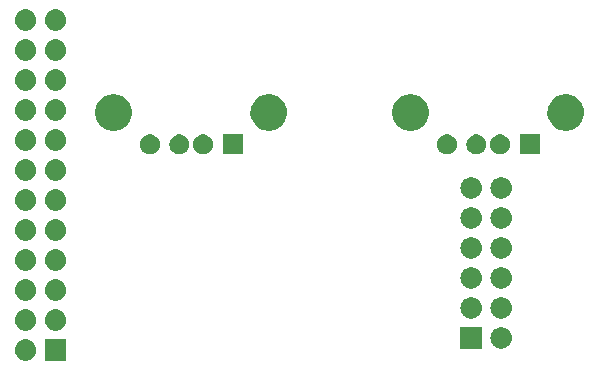
<source format=gbr>
G04 #@! TF.GenerationSoftware,KiCad,Pcbnew,5.0.2+dfsg1-1*
G04 #@! TF.CreationDate,2019-12-14T00:12:12+01:00*
G04 #@! TF.ProjectId,USB,5553422e-6b69-4636-9164-5f7063625858,rev?*
G04 #@! TF.SameCoordinates,Original*
G04 #@! TF.FileFunction,Soldermask,Bot*
G04 #@! TF.FilePolarity,Negative*
%FSLAX46Y46*%
G04 Gerber Fmt 4.6, Leading zero omitted, Abs format (unit mm)*
G04 Created by KiCad (PCBNEW 5.0.2+dfsg1-1) date Sat 14 Dec 2019 12:12:12 AM CET*
%MOMM*%
%LPD*%
G01*
G04 APERTURE LIST*
%ADD10C,0.100000*%
G04 APERTURE END LIST*
D10*
G36*
X127139000Y-108851000D02*
X125337000Y-108851000D01*
X125337000Y-107049000D01*
X127139000Y-107049000D01*
X127139000Y-108851000D01*
X127139000Y-108851000D01*
G37*
G36*
X123808442Y-107055518D02*
X123874627Y-107062037D01*
X123987853Y-107096384D01*
X124044467Y-107113557D01*
X124183087Y-107187652D01*
X124200991Y-107197222D01*
X124236729Y-107226552D01*
X124338186Y-107309814D01*
X124421448Y-107411271D01*
X124450778Y-107447009D01*
X124450779Y-107447011D01*
X124534443Y-107603533D01*
X124534443Y-107603534D01*
X124585963Y-107773373D01*
X124603359Y-107950000D01*
X124585963Y-108126627D01*
X124551616Y-108239853D01*
X124534443Y-108296467D01*
X124460348Y-108435087D01*
X124450778Y-108452991D01*
X124421448Y-108488729D01*
X124338186Y-108590186D01*
X124236729Y-108673448D01*
X124200991Y-108702778D01*
X124200989Y-108702779D01*
X124044467Y-108786443D01*
X123987853Y-108803616D01*
X123874627Y-108837963D01*
X123808442Y-108844482D01*
X123742260Y-108851000D01*
X123653740Y-108851000D01*
X123587558Y-108844482D01*
X123521373Y-108837963D01*
X123408147Y-108803616D01*
X123351533Y-108786443D01*
X123195011Y-108702779D01*
X123195009Y-108702778D01*
X123159271Y-108673448D01*
X123057814Y-108590186D01*
X122974552Y-108488729D01*
X122945222Y-108452991D01*
X122935652Y-108435087D01*
X122861557Y-108296467D01*
X122844384Y-108239853D01*
X122810037Y-108126627D01*
X122792641Y-107950000D01*
X122810037Y-107773373D01*
X122861557Y-107603534D01*
X122861557Y-107603533D01*
X122945221Y-107447011D01*
X122945222Y-107447009D01*
X122974552Y-107411271D01*
X123057814Y-107309814D01*
X123159271Y-107226552D01*
X123195009Y-107197222D01*
X123212913Y-107187652D01*
X123351533Y-107113557D01*
X123408147Y-107096384D01*
X123521373Y-107062037D01*
X123587558Y-107055518D01*
X123653740Y-107049000D01*
X123742260Y-107049000D01*
X123808442Y-107055518D01*
X123808442Y-107055518D01*
G37*
G36*
X164067443Y-106039519D02*
X164133627Y-106046037D01*
X164246853Y-106080384D01*
X164303467Y-106097557D01*
X164425485Y-106162778D01*
X164459991Y-106181222D01*
X164495729Y-106210552D01*
X164597186Y-106293814D01*
X164680448Y-106395271D01*
X164709778Y-106431009D01*
X164709779Y-106431011D01*
X164793443Y-106587533D01*
X164793443Y-106587534D01*
X164844963Y-106757373D01*
X164862359Y-106934000D01*
X164844963Y-107110627D01*
X164844074Y-107113557D01*
X164793443Y-107280467D01*
X164777756Y-107309814D01*
X164709778Y-107436991D01*
X164680448Y-107472729D01*
X164597186Y-107574186D01*
X164495729Y-107657448D01*
X164459991Y-107686778D01*
X164459989Y-107686779D01*
X164303467Y-107770443D01*
X164246853Y-107787616D01*
X164133627Y-107821963D01*
X164067443Y-107828481D01*
X164001260Y-107835000D01*
X163912740Y-107835000D01*
X163846557Y-107828481D01*
X163780373Y-107821963D01*
X163667147Y-107787616D01*
X163610533Y-107770443D01*
X163454011Y-107686779D01*
X163454009Y-107686778D01*
X163418271Y-107657448D01*
X163316814Y-107574186D01*
X163233552Y-107472729D01*
X163204222Y-107436991D01*
X163136244Y-107309814D01*
X163120557Y-107280467D01*
X163069926Y-107113557D01*
X163069037Y-107110627D01*
X163051641Y-106934000D01*
X163069037Y-106757373D01*
X163120557Y-106587534D01*
X163120557Y-106587533D01*
X163204221Y-106431011D01*
X163204222Y-106431009D01*
X163233552Y-106395271D01*
X163316814Y-106293814D01*
X163418271Y-106210552D01*
X163454009Y-106181222D01*
X163488515Y-106162778D01*
X163610533Y-106097557D01*
X163667147Y-106080384D01*
X163780373Y-106046037D01*
X163846557Y-106039519D01*
X163912740Y-106033000D01*
X164001260Y-106033000D01*
X164067443Y-106039519D01*
X164067443Y-106039519D01*
G37*
G36*
X162318000Y-107835000D02*
X160516000Y-107835000D01*
X160516000Y-106033000D01*
X162318000Y-106033000D01*
X162318000Y-107835000D01*
X162318000Y-107835000D01*
G37*
G36*
X126348443Y-104515519D02*
X126414627Y-104522037D01*
X126527853Y-104556384D01*
X126584467Y-104573557D01*
X126723087Y-104647652D01*
X126740991Y-104657222D01*
X126776729Y-104686552D01*
X126878186Y-104769814D01*
X126961448Y-104871271D01*
X126990778Y-104907009D01*
X126990779Y-104907011D01*
X127074443Y-105063533D01*
X127074443Y-105063534D01*
X127125963Y-105233373D01*
X127143359Y-105410000D01*
X127125963Y-105586627D01*
X127091616Y-105699853D01*
X127074443Y-105756467D01*
X127000348Y-105895087D01*
X126990778Y-105912991D01*
X126961448Y-105948729D01*
X126878186Y-106050186D01*
X126776729Y-106133448D01*
X126740991Y-106162778D01*
X126740989Y-106162779D01*
X126584467Y-106246443D01*
X126527853Y-106263616D01*
X126414627Y-106297963D01*
X126348442Y-106304482D01*
X126282260Y-106311000D01*
X126193740Y-106311000D01*
X126127558Y-106304482D01*
X126061373Y-106297963D01*
X125948147Y-106263616D01*
X125891533Y-106246443D01*
X125735011Y-106162779D01*
X125735009Y-106162778D01*
X125699271Y-106133448D01*
X125597814Y-106050186D01*
X125514552Y-105948729D01*
X125485222Y-105912991D01*
X125475652Y-105895087D01*
X125401557Y-105756467D01*
X125384384Y-105699853D01*
X125350037Y-105586627D01*
X125332641Y-105410000D01*
X125350037Y-105233373D01*
X125401557Y-105063534D01*
X125401557Y-105063533D01*
X125485221Y-104907011D01*
X125485222Y-104907009D01*
X125514552Y-104871271D01*
X125597814Y-104769814D01*
X125699271Y-104686552D01*
X125735009Y-104657222D01*
X125752913Y-104647652D01*
X125891533Y-104573557D01*
X125948147Y-104556384D01*
X126061373Y-104522037D01*
X126127557Y-104515519D01*
X126193740Y-104509000D01*
X126282260Y-104509000D01*
X126348443Y-104515519D01*
X126348443Y-104515519D01*
G37*
G36*
X123808443Y-104515519D02*
X123874627Y-104522037D01*
X123987853Y-104556384D01*
X124044467Y-104573557D01*
X124183087Y-104647652D01*
X124200991Y-104657222D01*
X124236729Y-104686552D01*
X124338186Y-104769814D01*
X124421448Y-104871271D01*
X124450778Y-104907009D01*
X124450779Y-104907011D01*
X124534443Y-105063533D01*
X124534443Y-105063534D01*
X124585963Y-105233373D01*
X124603359Y-105410000D01*
X124585963Y-105586627D01*
X124551616Y-105699853D01*
X124534443Y-105756467D01*
X124460348Y-105895087D01*
X124450778Y-105912991D01*
X124421448Y-105948729D01*
X124338186Y-106050186D01*
X124236729Y-106133448D01*
X124200991Y-106162778D01*
X124200989Y-106162779D01*
X124044467Y-106246443D01*
X123987853Y-106263616D01*
X123874627Y-106297963D01*
X123808442Y-106304482D01*
X123742260Y-106311000D01*
X123653740Y-106311000D01*
X123587558Y-106304482D01*
X123521373Y-106297963D01*
X123408147Y-106263616D01*
X123351533Y-106246443D01*
X123195011Y-106162779D01*
X123195009Y-106162778D01*
X123159271Y-106133448D01*
X123057814Y-106050186D01*
X122974552Y-105948729D01*
X122945222Y-105912991D01*
X122935652Y-105895087D01*
X122861557Y-105756467D01*
X122844384Y-105699853D01*
X122810037Y-105586627D01*
X122792641Y-105410000D01*
X122810037Y-105233373D01*
X122861557Y-105063534D01*
X122861557Y-105063533D01*
X122945221Y-104907011D01*
X122945222Y-104907009D01*
X122974552Y-104871271D01*
X123057814Y-104769814D01*
X123159271Y-104686552D01*
X123195009Y-104657222D01*
X123212913Y-104647652D01*
X123351533Y-104573557D01*
X123408147Y-104556384D01*
X123521373Y-104522037D01*
X123587557Y-104515519D01*
X123653740Y-104509000D01*
X123742260Y-104509000D01*
X123808443Y-104515519D01*
X123808443Y-104515519D01*
G37*
G36*
X164067442Y-103499518D02*
X164133627Y-103506037D01*
X164246853Y-103540384D01*
X164303467Y-103557557D01*
X164425485Y-103622778D01*
X164459991Y-103641222D01*
X164495729Y-103670552D01*
X164597186Y-103753814D01*
X164680448Y-103855271D01*
X164709778Y-103891009D01*
X164709779Y-103891011D01*
X164793443Y-104047533D01*
X164793443Y-104047534D01*
X164844963Y-104217373D01*
X164862359Y-104394000D01*
X164844963Y-104570627D01*
X164844074Y-104573557D01*
X164793443Y-104740467D01*
X164777756Y-104769814D01*
X164709778Y-104896991D01*
X164680448Y-104932729D01*
X164597186Y-105034186D01*
X164495729Y-105117448D01*
X164459991Y-105146778D01*
X164459989Y-105146779D01*
X164303467Y-105230443D01*
X164246853Y-105247616D01*
X164133627Y-105281963D01*
X164067443Y-105288481D01*
X164001260Y-105295000D01*
X163912740Y-105295000D01*
X163846558Y-105288482D01*
X163780373Y-105281963D01*
X163667147Y-105247616D01*
X163610533Y-105230443D01*
X163454011Y-105146779D01*
X163454009Y-105146778D01*
X163418271Y-105117448D01*
X163316814Y-105034186D01*
X163233552Y-104932729D01*
X163204222Y-104896991D01*
X163136244Y-104769814D01*
X163120557Y-104740467D01*
X163069926Y-104573557D01*
X163069037Y-104570627D01*
X163051641Y-104394000D01*
X163069037Y-104217373D01*
X163120557Y-104047534D01*
X163120557Y-104047533D01*
X163204221Y-103891011D01*
X163204222Y-103891009D01*
X163233552Y-103855271D01*
X163316814Y-103753814D01*
X163418271Y-103670552D01*
X163454009Y-103641222D01*
X163488515Y-103622778D01*
X163610533Y-103557557D01*
X163667147Y-103540384D01*
X163780373Y-103506037D01*
X163846557Y-103499519D01*
X163912740Y-103493000D01*
X164001260Y-103493000D01*
X164067442Y-103499518D01*
X164067442Y-103499518D01*
G37*
G36*
X161527442Y-103499518D02*
X161593627Y-103506037D01*
X161706853Y-103540384D01*
X161763467Y-103557557D01*
X161885485Y-103622778D01*
X161919991Y-103641222D01*
X161955729Y-103670552D01*
X162057186Y-103753814D01*
X162140448Y-103855271D01*
X162169778Y-103891009D01*
X162169779Y-103891011D01*
X162253443Y-104047533D01*
X162253443Y-104047534D01*
X162304963Y-104217373D01*
X162322359Y-104394000D01*
X162304963Y-104570627D01*
X162304074Y-104573557D01*
X162253443Y-104740467D01*
X162237756Y-104769814D01*
X162169778Y-104896991D01*
X162140448Y-104932729D01*
X162057186Y-105034186D01*
X161955729Y-105117448D01*
X161919991Y-105146778D01*
X161919989Y-105146779D01*
X161763467Y-105230443D01*
X161706853Y-105247616D01*
X161593627Y-105281963D01*
X161527443Y-105288481D01*
X161461260Y-105295000D01*
X161372740Y-105295000D01*
X161306558Y-105288482D01*
X161240373Y-105281963D01*
X161127147Y-105247616D01*
X161070533Y-105230443D01*
X160914011Y-105146779D01*
X160914009Y-105146778D01*
X160878271Y-105117448D01*
X160776814Y-105034186D01*
X160693552Y-104932729D01*
X160664222Y-104896991D01*
X160596244Y-104769814D01*
X160580557Y-104740467D01*
X160529926Y-104573557D01*
X160529037Y-104570627D01*
X160511641Y-104394000D01*
X160529037Y-104217373D01*
X160580557Y-104047534D01*
X160580557Y-104047533D01*
X160664221Y-103891011D01*
X160664222Y-103891009D01*
X160693552Y-103855271D01*
X160776814Y-103753814D01*
X160878271Y-103670552D01*
X160914009Y-103641222D01*
X160948515Y-103622778D01*
X161070533Y-103557557D01*
X161127147Y-103540384D01*
X161240373Y-103506037D01*
X161306557Y-103499519D01*
X161372740Y-103493000D01*
X161461260Y-103493000D01*
X161527442Y-103499518D01*
X161527442Y-103499518D01*
G37*
G36*
X123808442Y-101975518D02*
X123874627Y-101982037D01*
X123987853Y-102016384D01*
X124044467Y-102033557D01*
X124183087Y-102107652D01*
X124200991Y-102117222D01*
X124236729Y-102146552D01*
X124338186Y-102229814D01*
X124421448Y-102331271D01*
X124450778Y-102367009D01*
X124450779Y-102367011D01*
X124534443Y-102523533D01*
X124534443Y-102523534D01*
X124585963Y-102693373D01*
X124603359Y-102870000D01*
X124585963Y-103046627D01*
X124551616Y-103159853D01*
X124534443Y-103216467D01*
X124460348Y-103355087D01*
X124450778Y-103372991D01*
X124421448Y-103408729D01*
X124338186Y-103510186D01*
X124236729Y-103593448D01*
X124200991Y-103622778D01*
X124200989Y-103622779D01*
X124044467Y-103706443D01*
X123987853Y-103723616D01*
X123874627Y-103757963D01*
X123808443Y-103764481D01*
X123742260Y-103771000D01*
X123653740Y-103771000D01*
X123587557Y-103764481D01*
X123521373Y-103757963D01*
X123408147Y-103723616D01*
X123351533Y-103706443D01*
X123195011Y-103622779D01*
X123195009Y-103622778D01*
X123159271Y-103593448D01*
X123057814Y-103510186D01*
X122974552Y-103408729D01*
X122945222Y-103372991D01*
X122935652Y-103355087D01*
X122861557Y-103216467D01*
X122844384Y-103159853D01*
X122810037Y-103046627D01*
X122792641Y-102870000D01*
X122810037Y-102693373D01*
X122861557Y-102523534D01*
X122861557Y-102523533D01*
X122945221Y-102367011D01*
X122945222Y-102367009D01*
X122974552Y-102331271D01*
X123057814Y-102229814D01*
X123159271Y-102146552D01*
X123195009Y-102117222D01*
X123212913Y-102107652D01*
X123351533Y-102033557D01*
X123408147Y-102016384D01*
X123521373Y-101982037D01*
X123587558Y-101975518D01*
X123653740Y-101969000D01*
X123742260Y-101969000D01*
X123808442Y-101975518D01*
X123808442Y-101975518D01*
G37*
G36*
X126348442Y-101975518D02*
X126414627Y-101982037D01*
X126527853Y-102016384D01*
X126584467Y-102033557D01*
X126723087Y-102107652D01*
X126740991Y-102117222D01*
X126776729Y-102146552D01*
X126878186Y-102229814D01*
X126961448Y-102331271D01*
X126990778Y-102367009D01*
X126990779Y-102367011D01*
X127074443Y-102523533D01*
X127074443Y-102523534D01*
X127125963Y-102693373D01*
X127143359Y-102870000D01*
X127125963Y-103046627D01*
X127091616Y-103159853D01*
X127074443Y-103216467D01*
X127000348Y-103355087D01*
X126990778Y-103372991D01*
X126961448Y-103408729D01*
X126878186Y-103510186D01*
X126776729Y-103593448D01*
X126740991Y-103622778D01*
X126740989Y-103622779D01*
X126584467Y-103706443D01*
X126527853Y-103723616D01*
X126414627Y-103757963D01*
X126348443Y-103764481D01*
X126282260Y-103771000D01*
X126193740Y-103771000D01*
X126127557Y-103764481D01*
X126061373Y-103757963D01*
X125948147Y-103723616D01*
X125891533Y-103706443D01*
X125735011Y-103622779D01*
X125735009Y-103622778D01*
X125699271Y-103593448D01*
X125597814Y-103510186D01*
X125514552Y-103408729D01*
X125485222Y-103372991D01*
X125475652Y-103355087D01*
X125401557Y-103216467D01*
X125384384Y-103159853D01*
X125350037Y-103046627D01*
X125332641Y-102870000D01*
X125350037Y-102693373D01*
X125401557Y-102523534D01*
X125401557Y-102523533D01*
X125485221Y-102367011D01*
X125485222Y-102367009D01*
X125514552Y-102331271D01*
X125597814Y-102229814D01*
X125699271Y-102146552D01*
X125735009Y-102117222D01*
X125752913Y-102107652D01*
X125891533Y-102033557D01*
X125948147Y-102016384D01*
X126061373Y-101982037D01*
X126127558Y-101975518D01*
X126193740Y-101969000D01*
X126282260Y-101969000D01*
X126348442Y-101975518D01*
X126348442Y-101975518D01*
G37*
G36*
X161527443Y-100959519D02*
X161593627Y-100966037D01*
X161706853Y-101000384D01*
X161763467Y-101017557D01*
X161885485Y-101082778D01*
X161919991Y-101101222D01*
X161955729Y-101130552D01*
X162057186Y-101213814D01*
X162140448Y-101315271D01*
X162169778Y-101351009D01*
X162169779Y-101351011D01*
X162253443Y-101507533D01*
X162253443Y-101507534D01*
X162304963Y-101677373D01*
X162322359Y-101854000D01*
X162304963Y-102030627D01*
X162304074Y-102033557D01*
X162253443Y-102200467D01*
X162237756Y-102229814D01*
X162169778Y-102356991D01*
X162140448Y-102392729D01*
X162057186Y-102494186D01*
X161955729Y-102577448D01*
X161919991Y-102606778D01*
X161919989Y-102606779D01*
X161763467Y-102690443D01*
X161706853Y-102707616D01*
X161593627Y-102741963D01*
X161527442Y-102748482D01*
X161461260Y-102755000D01*
X161372740Y-102755000D01*
X161306557Y-102748481D01*
X161240373Y-102741963D01*
X161127147Y-102707616D01*
X161070533Y-102690443D01*
X160914011Y-102606779D01*
X160914009Y-102606778D01*
X160878271Y-102577448D01*
X160776814Y-102494186D01*
X160693552Y-102392729D01*
X160664222Y-102356991D01*
X160596244Y-102229814D01*
X160580557Y-102200467D01*
X160529926Y-102033557D01*
X160529037Y-102030627D01*
X160511641Y-101854000D01*
X160529037Y-101677373D01*
X160580557Y-101507534D01*
X160580557Y-101507533D01*
X160664221Y-101351011D01*
X160664222Y-101351009D01*
X160693552Y-101315271D01*
X160776814Y-101213814D01*
X160878271Y-101130552D01*
X160914009Y-101101222D01*
X160948515Y-101082778D01*
X161070533Y-101017557D01*
X161127147Y-101000384D01*
X161240373Y-100966037D01*
X161306558Y-100959518D01*
X161372740Y-100953000D01*
X161461260Y-100953000D01*
X161527443Y-100959519D01*
X161527443Y-100959519D01*
G37*
G36*
X164067443Y-100959519D02*
X164133627Y-100966037D01*
X164246853Y-101000384D01*
X164303467Y-101017557D01*
X164425485Y-101082778D01*
X164459991Y-101101222D01*
X164495729Y-101130552D01*
X164597186Y-101213814D01*
X164680448Y-101315271D01*
X164709778Y-101351009D01*
X164709779Y-101351011D01*
X164793443Y-101507533D01*
X164793443Y-101507534D01*
X164844963Y-101677373D01*
X164862359Y-101854000D01*
X164844963Y-102030627D01*
X164844074Y-102033557D01*
X164793443Y-102200467D01*
X164777756Y-102229814D01*
X164709778Y-102356991D01*
X164680448Y-102392729D01*
X164597186Y-102494186D01*
X164495729Y-102577448D01*
X164459991Y-102606778D01*
X164459989Y-102606779D01*
X164303467Y-102690443D01*
X164246853Y-102707616D01*
X164133627Y-102741963D01*
X164067442Y-102748482D01*
X164001260Y-102755000D01*
X163912740Y-102755000D01*
X163846557Y-102748481D01*
X163780373Y-102741963D01*
X163667147Y-102707616D01*
X163610533Y-102690443D01*
X163454011Y-102606779D01*
X163454009Y-102606778D01*
X163418271Y-102577448D01*
X163316814Y-102494186D01*
X163233552Y-102392729D01*
X163204222Y-102356991D01*
X163136244Y-102229814D01*
X163120557Y-102200467D01*
X163069926Y-102033557D01*
X163069037Y-102030627D01*
X163051641Y-101854000D01*
X163069037Y-101677373D01*
X163120557Y-101507534D01*
X163120557Y-101507533D01*
X163204221Y-101351011D01*
X163204222Y-101351009D01*
X163233552Y-101315271D01*
X163316814Y-101213814D01*
X163418271Y-101130552D01*
X163454009Y-101101222D01*
X163488515Y-101082778D01*
X163610533Y-101017557D01*
X163667147Y-101000384D01*
X163780373Y-100966037D01*
X163846558Y-100959518D01*
X163912740Y-100953000D01*
X164001260Y-100953000D01*
X164067443Y-100959519D01*
X164067443Y-100959519D01*
G37*
G36*
X123808443Y-99435519D02*
X123874627Y-99442037D01*
X123987853Y-99476384D01*
X124044467Y-99493557D01*
X124183087Y-99567652D01*
X124200991Y-99577222D01*
X124236729Y-99606552D01*
X124338186Y-99689814D01*
X124421448Y-99791271D01*
X124450778Y-99827009D01*
X124450779Y-99827011D01*
X124534443Y-99983533D01*
X124534443Y-99983534D01*
X124585963Y-100153373D01*
X124603359Y-100330000D01*
X124585963Y-100506627D01*
X124551616Y-100619853D01*
X124534443Y-100676467D01*
X124460348Y-100815087D01*
X124450778Y-100832991D01*
X124421448Y-100868729D01*
X124338186Y-100970186D01*
X124236729Y-101053448D01*
X124200991Y-101082778D01*
X124200989Y-101082779D01*
X124044467Y-101166443D01*
X123987853Y-101183616D01*
X123874627Y-101217963D01*
X123808443Y-101224481D01*
X123742260Y-101231000D01*
X123653740Y-101231000D01*
X123587558Y-101224482D01*
X123521373Y-101217963D01*
X123408147Y-101183616D01*
X123351533Y-101166443D01*
X123195011Y-101082779D01*
X123195009Y-101082778D01*
X123159271Y-101053448D01*
X123057814Y-100970186D01*
X122974552Y-100868729D01*
X122945222Y-100832991D01*
X122935652Y-100815087D01*
X122861557Y-100676467D01*
X122844384Y-100619853D01*
X122810037Y-100506627D01*
X122792641Y-100330000D01*
X122810037Y-100153373D01*
X122861557Y-99983534D01*
X122861557Y-99983533D01*
X122945221Y-99827011D01*
X122945222Y-99827009D01*
X122974552Y-99791271D01*
X123057814Y-99689814D01*
X123159271Y-99606552D01*
X123195009Y-99577222D01*
X123212913Y-99567652D01*
X123351533Y-99493557D01*
X123408147Y-99476384D01*
X123521373Y-99442037D01*
X123587558Y-99435518D01*
X123653740Y-99429000D01*
X123742260Y-99429000D01*
X123808443Y-99435519D01*
X123808443Y-99435519D01*
G37*
G36*
X126348443Y-99435519D02*
X126414627Y-99442037D01*
X126527853Y-99476384D01*
X126584467Y-99493557D01*
X126723087Y-99567652D01*
X126740991Y-99577222D01*
X126776729Y-99606552D01*
X126878186Y-99689814D01*
X126961448Y-99791271D01*
X126990778Y-99827009D01*
X126990779Y-99827011D01*
X127074443Y-99983533D01*
X127074443Y-99983534D01*
X127125963Y-100153373D01*
X127143359Y-100330000D01*
X127125963Y-100506627D01*
X127091616Y-100619853D01*
X127074443Y-100676467D01*
X127000348Y-100815087D01*
X126990778Y-100832991D01*
X126961448Y-100868729D01*
X126878186Y-100970186D01*
X126776729Y-101053448D01*
X126740991Y-101082778D01*
X126740989Y-101082779D01*
X126584467Y-101166443D01*
X126527853Y-101183616D01*
X126414627Y-101217963D01*
X126348443Y-101224481D01*
X126282260Y-101231000D01*
X126193740Y-101231000D01*
X126127558Y-101224482D01*
X126061373Y-101217963D01*
X125948147Y-101183616D01*
X125891533Y-101166443D01*
X125735011Y-101082779D01*
X125735009Y-101082778D01*
X125699271Y-101053448D01*
X125597814Y-100970186D01*
X125514552Y-100868729D01*
X125485222Y-100832991D01*
X125475652Y-100815087D01*
X125401557Y-100676467D01*
X125384384Y-100619853D01*
X125350037Y-100506627D01*
X125332641Y-100330000D01*
X125350037Y-100153373D01*
X125401557Y-99983534D01*
X125401557Y-99983533D01*
X125485221Y-99827011D01*
X125485222Y-99827009D01*
X125514552Y-99791271D01*
X125597814Y-99689814D01*
X125699271Y-99606552D01*
X125735009Y-99577222D01*
X125752913Y-99567652D01*
X125891533Y-99493557D01*
X125948147Y-99476384D01*
X126061373Y-99442037D01*
X126127558Y-99435518D01*
X126193740Y-99429000D01*
X126282260Y-99429000D01*
X126348443Y-99435519D01*
X126348443Y-99435519D01*
G37*
G36*
X161527443Y-98419519D02*
X161593627Y-98426037D01*
X161706853Y-98460384D01*
X161763467Y-98477557D01*
X161885485Y-98542778D01*
X161919991Y-98561222D01*
X161955729Y-98590552D01*
X162057186Y-98673814D01*
X162140448Y-98775271D01*
X162169778Y-98811009D01*
X162169779Y-98811011D01*
X162253443Y-98967533D01*
X162253443Y-98967534D01*
X162304963Y-99137373D01*
X162322359Y-99314000D01*
X162304963Y-99490627D01*
X162304074Y-99493557D01*
X162253443Y-99660467D01*
X162237756Y-99689814D01*
X162169778Y-99816991D01*
X162140448Y-99852729D01*
X162057186Y-99954186D01*
X161955729Y-100037448D01*
X161919991Y-100066778D01*
X161919989Y-100066779D01*
X161763467Y-100150443D01*
X161706853Y-100167616D01*
X161593627Y-100201963D01*
X161527442Y-100208482D01*
X161461260Y-100215000D01*
X161372740Y-100215000D01*
X161306558Y-100208482D01*
X161240373Y-100201963D01*
X161127147Y-100167616D01*
X161070533Y-100150443D01*
X160914011Y-100066779D01*
X160914009Y-100066778D01*
X160878271Y-100037448D01*
X160776814Y-99954186D01*
X160693552Y-99852729D01*
X160664222Y-99816991D01*
X160596244Y-99689814D01*
X160580557Y-99660467D01*
X160529926Y-99493557D01*
X160529037Y-99490627D01*
X160511641Y-99314000D01*
X160529037Y-99137373D01*
X160580557Y-98967534D01*
X160580557Y-98967533D01*
X160664221Y-98811011D01*
X160664222Y-98811009D01*
X160693552Y-98775271D01*
X160776814Y-98673814D01*
X160878271Y-98590552D01*
X160914009Y-98561222D01*
X160948515Y-98542778D01*
X161070533Y-98477557D01*
X161127147Y-98460384D01*
X161240373Y-98426037D01*
X161306557Y-98419519D01*
X161372740Y-98413000D01*
X161461260Y-98413000D01*
X161527443Y-98419519D01*
X161527443Y-98419519D01*
G37*
G36*
X164067443Y-98419519D02*
X164133627Y-98426037D01*
X164246853Y-98460384D01*
X164303467Y-98477557D01*
X164425485Y-98542778D01*
X164459991Y-98561222D01*
X164495729Y-98590552D01*
X164597186Y-98673814D01*
X164680448Y-98775271D01*
X164709778Y-98811009D01*
X164709779Y-98811011D01*
X164793443Y-98967533D01*
X164793443Y-98967534D01*
X164844963Y-99137373D01*
X164862359Y-99314000D01*
X164844963Y-99490627D01*
X164844074Y-99493557D01*
X164793443Y-99660467D01*
X164777756Y-99689814D01*
X164709778Y-99816991D01*
X164680448Y-99852729D01*
X164597186Y-99954186D01*
X164495729Y-100037448D01*
X164459991Y-100066778D01*
X164459989Y-100066779D01*
X164303467Y-100150443D01*
X164246853Y-100167616D01*
X164133627Y-100201963D01*
X164067442Y-100208482D01*
X164001260Y-100215000D01*
X163912740Y-100215000D01*
X163846558Y-100208482D01*
X163780373Y-100201963D01*
X163667147Y-100167616D01*
X163610533Y-100150443D01*
X163454011Y-100066779D01*
X163454009Y-100066778D01*
X163418271Y-100037448D01*
X163316814Y-99954186D01*
X163233552Y-99852729D01*
X163204222Y-99816991D01*
X163136244Y-99689814D01*
X163120557Y-99660467D01*
X163069926Y-99493557D01*
X163069037Y-99490627D01*
X163051641Y-99314000D01*
X163069037Y-99137373D01*
X163120557Y-98967534D01*
X163120557Y-98967533D01*
X163204221Y-98811011D01*
X163204222Y-98811009D01*
X163233552Y-98775271D01*
X163316814Y-98673814D01*
X163418271Y-98590552D01*
X163454009Y-98561222D01*
X163488515Y-98542778D01*
X163610533Y-98477557D01*
X163667147Y-98460384D01*
X163780373Y-98426037D01*
X163846557Y-98419519D01*
X163912740Y-98413000D01*
X164001260Y-98413000D01*
X164067443Y-98419519D01*
X164067443Y-98419519D01*
G37*
G36*
X123808442Y-96895518D02*
X123874627Y-96902037D01*
X123987853Y-96936384D01*
X124044467Y-96953557D01*
X124183087Y-97027652D01*
X124200991Y-97037222D01*
X124236729Y-97066552D01*
X124338186Y-97149814D01*
X124421448Y-97251271D01*
X124450778Y-97287009D01*
X124450779Y-97287011D01*
X124534443Y-97443533D01*
X124534443Y-97443534D01*
X124585963Y-97613373D01*
X124603359Y-97790000D01*
X124585963Y-97966627D01*
X124551616Y-98079853D01*
X124534443Y-98136467D01*
X124460348Y-98275087D01*
X124450778Y-98292991D01*
X124421448Y-98328729D01*
X124338186Y-98430186D01*
X124236729Y-98513448D01*
X124200991Y-98542778D01*
X124200989Y-98542779D01*
X124044467Y-98626443D01*
X123987853Y-98643616D01*
X123874627Y-98677963D01*
X123808442Y-98684482D01*
X123742260Y-98691000D01*
X123653740Y-98691000D01*
X123587558Y-98684482D01*
X123521373Y-98677963D01*
X123408147Y-98643616D01*
X123351533Y-98626443D01*
X123195011Y-98542779D01*
X123195009Y-98542778D01*
X123159271Y-98513448D01*
X123057814Y-98430186D01*
X122974552Y-98328729D01*
X122945222Y-98292991D01*
X122935652Y-98275087D01*
X122861557Y-98136467D01*
X122844384Y-98079853D01*
X122810037Y-97966627D01*
X122792641Y-97790000D01*
X122810037Y-97613373D01*
X122861557Y-97443534D01*
X122861557Y-97443533D01*
X122945221Y-97287011D01*
X122945222Y-97287009D01*
X122974552Y-97251271D01*
X123057814Y-97149814D01*
X123159271Y-97066552D01*
X123195009Y-97037222D01*
X123212913Y-97027652D01*
X123351533Y-96953557D01*
X123408147Y-96936384D01*
X123521373Y-96902037D01*
X123587558Y-96895518D01*
X123653740Y-96889000D01*
X123742260Y-96889000D01*
X123808442Y-96895518D01*
X123808442Y-96895518D01*
G37*
G36*
X126348442Y-96895518D02*
X126414627Y-96902037D01*
X126527853Y-96936384D01*
X126584467Y-96953557D01*
X126723087Y-97027652D01*
X126740991Y-97037222D01*
X126776729Y-97066552D01*
X126878186Y-97149814D01*
X126961448Y-97251271D01*
X126990778Y-97287009D01*
X126990779Y-97287011D01*
X127074443Y-97443533D01*
X127074443Y-97443534D01*
X127125963Y-97613373D01*
X127143359Y-97790000D01*
X127125963Y-97966627D01*
X127091616Y-98079853D01*
X127074443Y-98136467D01*
X127000348Y-98275087D01*
X126990778Y-98292991D01*
X126961448Y-98328729D01*
X126878186Y-98430186D01*
X126776729Y-98513448D01*
X126740991Y-98542778D01*
X126740989Y-98542779D01*
X126584467Y-98626443D01*
X126527853Y-98643616D01*
X126414627Y-98677963D01*
X126348442Y-98684482D01*
X126282260Y-98691000D01*
X126193740Y-98691000D01*
X126127558Y-98684482D01*
X126061373Y-98677963D01*
X125948147Y-98643616D01*
X125891533Y-98626443D01*
X125735011Y-98542779D01*
X125735009Y-98542778D01*
X125699271Y-98513448D01*
X125597814Y-98430186D01*
X125514552Y-98328729D01*
X125485222Y-98292991D01*
X125475652Y-98275087D01*
X125401557Y-98136467D01*
X125384384Y-98079853D01*
X125350037Y-97966627D01*
X125332641Y-97790000D01*
X125350037Y-97613373D01*
X125401557Y-97443534D01*
X125401557Y-97443533D01*
X125485221Y-97287011D01*
X125485222Y-97287009D01*
X125514552Y-97251271D01*
X125597814Y-97149814D01*
X125699271Y-97066552D01*
X125735009Y-97037222D01*
X125752913Y-97027652D01*
X125891533Y-96953557D01*
X125948147Y-96936384D01*
X126061373Y-96902037D01*
X126127558Y-96895518D01*
X126193740Y-96889000D01*
X126282260Y-96889000D01*
X126348442Y-96895518D01*
X126348442Y-96895518D01*
G37*
G36*
X164067442Y-95879518D02*
X164133627Y-95886037D01*
X164246853Y-95920384D01*
X164303467Y-95937557D01*
X164425485Y-96002778D01*
X164459991Y-96021222D01*
X164495729Y-96050552D01*
X164597186Y-96133814D01*
X164680448Y-96235271D01*
X164709778Y-96271009D01*
X164709779Y-96271011D01*
X164793443Y-96427533D01*
X164793443Y-96427534D01*
X164844963Y-96597373D01*
X164862359Y-96774000D01*
X164844963Y-96950627D01*
X164844074Y-96953557D01*
X164793443Y-97120467D01*
X164777756Y-97149814D01*
X164709778Y-97276991D01*
X164680448Y-97312729D01*
X164597186Y-97414186D01*
X164495729Y-97497448D01*
X164459991Y-97526778D01*
X164459989Y-97526779D01*
X164303467Y-97610443D01*
X164246853Y-97627616D01*
X164133627Y-97661963D01*
X164067443Y-97668481D01*
X164001260Y-97675000D01*
X163912740Y-97675000D01*
X163846557Y-97668481D01*
X163780373Y-97661963D01*
X163667147Y-97627616D01*
X163610533Y-97610443D01*
X163454011Y-97526779D01*
X163454009Y-97526778D01*
X163418271Y-97497448D01*
X163316814Y-97414186D01*
X163233552Y-97312729D01*
X163204222Y-97276991D01*
X163136244Y-97149814D01*
X163120557Y-97120467D01*
X163069926Y-96953557D01*
X163069037Y-96950627D01*
X163051641Y-96774000D01*
X163069037Y-96597373D01*
X163120557Y-96427534D01*
X163120557Y-96427533D01*
X163204221Y-96271011D01*
X163204222Y-96271009D01*
X163233552Y-96235271D01*
X163316814Y-96133814D01*
X163418271Y-96050552D01*
X163454009Y-96021222D01*
X163488515Y-96002778D01*
X163610533Y-95937557D01*
X163667147Y-95920384D01*
X163780373Y-95886037D01*
X163846557Y-95879519D01*
X163912740Y-95873000D01*
X164001260Y-95873000D01*
X164067442Y-95879518D01*
X164067442Y-95879518D01*
G37*
G36*
X161527442Y-95879518D02*
X161593627Y-95886037D01*
X161706853Y-95920384D01*
X161763467Y-95937557D01*
X161885485Y-96002778D01*
X161919991Y-96021222D01*
X161955729Y-96050552D01*
X162057186Y-96133814D01*
X162140448Y-96235271D01*
X162169778Y-96271009D01*
X162169779Y-96271011D01*
X162253443Y-96427533D01*
X162253443Y-96427534D01*
X162304963Y-96597373D01*
X162322359Y-96774000D01*
X162304963Y-96950627D01*
X162304074Y-96953557D01*
X162253443Y-97120467D01*
X162237756Y-97149814D01*
X162169778Y-97276991D01*
X162140448Y-97312729D01*
X162057186Y-97414186D01*
X161955729Y-97497448D01*
X161919991Y-97526778D01*
X161919989Y-97526779D01*
X161763467Y-97610443D01*
X161706853Y-97627616D01*
X161593627Y-97661963D01*
X161527443Y-97668481D01*
X161461260Y-97675000D01*
X161372740Y-97675000D01*
X161306557Y-97668481D01*
X161240373Y-97661963D01*
X161127147Y-97627616D01*
X161070533Y-97610443D01*
X160914011Y-97526779D01*
X160914009Y-97526778D01*
X160878271Y-97497448D01*
X160776814Y-97414186D01*
X160693552Y-97312729D01*
X160664222Y-97276991D01*
X160596244Y-97149814D01*
X160580557Y-97120467D01*
X160529926Y-96953557D01*
X160529037Y-96950627D01*
X160511641Y-96774000D01*
X160529037Y-96597373D01*
X160580557Y-96427534D01*
X160580557Y-96427533D01*
X160664221Y-96271011D01*
X160664222Y-96271009D01*
X160693552Y-96235271D01*
X160776814Y-96133814D01*
X160878271Y-96050552D01*
X160914009Y-96021222D01*
X160948515Y-96002778D01*
X161070533Y-95937557D01*
X161127147Y-95920384D01*
X161240373Y-95886037D01*
X161306557Y-95879519D01*
X161372740Y-95873000D01*
X161461260Y-95873000D01*
X161527442Y-95879518D01*
X161527442Y-95879518D01*
G37*
G36*
X123808442Y-94355518D02*
X123874627Y-94362037D01*
X123987853Y-94396384D01*
X124044467Y-94413557D01*
X124183087Y-94487652D01*
X124200991Y-94497222D01*
X124236729Y-94526552D01*
X124338186Y-94609814D01*
X124421448Y-94711271D01*
X124450778Y-94747009D01*
X124450779Y-94747011D01*
X124534443Y-94903533D01*
X124534443Y-94903534D01*
X124585963Y-95073373D01*
X124603359Y-95250000D01*
X124585963Y-95426627D01*
X124551616Y-95539853D01*
X124534443Y-95596467D01*
X124460348Y-95735087D01*
X124450778Y-95752991D01*
X124421448Y-95788729D01*
X124338186Y-95890186D01*
X124236729Y-95973448D01*
X124200991Y-96002778D01*
X124200989Y-96002779D01*
X124044467Y-96086443D01*
X123987853Y-96103616D01*
X123874627Y-96137963D01*
X123808443Y-96144481D01*
X123742260Y-96151000D01*
X123653740Y-96151000D01*
X123587558Y-96144482D01*
X123521373Y-96137963D01*
X123408147Y-96103616D01*
X123351533Y-96086443D01*
X123195011Y-96002779D01*
X123195009Y-96002778D01*
X123159271Y-95973448D01*
X123057814Y-95890186D01*
X122974552Y-95788729D01*
X122945222Y-95752991D01*
X122935652Y-95735087D01*
X122861557Y-95596467D01*
X122844384Y-95539853D01*
X122810037Y-95426627D01*
X122792641Y-95250000D01*
X122810037Y-95073373D01*
X122861557Y-94903534D01*
X122861557Y-94903533D01*
X122945221Y-94747011D01*
X122945222Y-94747009D01*
X122974552Y-94711271D01*
X123057814Y-94609814D01*
X123159271Y-94526552D01*
X123195009Y-94497222D01*
X123212913Y-94487652D01*
X123351533Y-94413557D01*
X123408147Y-94396384D01*
X123521373Y-94362037D01*
X123587557Y-94355519D01*
X123653740Y-94349000D01*
X123742260Y-94349000D01*
X123808442Y-94355518D01*
X123808442Y-94355518D01*
G37*
G36*
X126348442Y-94355518D02*
X126414627Y-94362037D01*
X126527853Y-94396384D01*
X126584467Y-94413557D01*
X126723087Y-94487652D01*
X126740991Y-94497222D01*
X126776729Y-94526552D01*
X126878186Y-94609814D01*
X126961448Y-94711271D01*
X126990778Y-94747009D01*
X126990779Y-94747011D01*
X127074443Y-94903533D01*
X127074443Y-94903534D01*
X127125963Y-95073373D01*
X127143359Y-95250000D01*
X127125963Y-95426627D01*
X127091616Y-95539853D01*
X127074443Y-95596467D01*
X127000348Y-95735087D01*
X126990778Y-95752991D01*
X126961448Y-95788729D01*
X126878186Y-95890186D01*
X126776729Y-95973448D01*
X126740991Y-96002778D01*
X126740989Y-96002779D01*
X126584467Y-96086443D01*
X126527853Y-96103616D01*
X126414627Y-96137963D01*
X126348443Y-96144481D01*
X126282260Y-96151000D01*
X126193740Y-96151000D01*
X126127558Y-96144482D01*
X126061373Y-96137963D01*
X125948147Y-96103616D01*
X125891533Y-96086443D01*
X125735011Y-96002779D01*
X125735009Y-96002778D01*
X125699271Y-95973448D01*
X125597814Y-95890186D01*
X125514552Y-95788729D01*
X125485222Y-95752991D01*
X125475652Y-95735087D01*
X125401557Y-95596467D01*
X125384384Y-95539853D01*
X125350037Y-95426627D01*
X125332641Y-95250000D01*
X125350037Y-95073373D01*
X125401557Y-94903534D01*
X125401557Y-94903533D01*
X125485221Y-94747011D01*
X125485222Y-94747009D01*
X125514552Y-94711271D01*
X125597814Y-94609814D01*
X125699271Y-94526552D01*
X125735009Y-94497222D01*
X125752913Y-94487652D01*
X125891533Y-94413557D01*
X125948147Y-94396384D01*
X126061373Y-94362037D01*
X126127557Y-94355519D01*
X126193740Y-94349000D01*
X126282260Y-94349000D01*
X126348442Y-94355518D01*
X126348442Y-94355518D01*
G37*
G36*
X161527442Y-93339518D02*
X161593627Y-93346037D01*
X161706853Y-93380384D01*
X161763467Y-93397557D01*
X161885485Y-93462778D01*
X161919991Y-93481222D01*
X161955729Y-93510552D01*
X162057186Y-93593814D01*
X162140448Y-93695271D01*
X162169778Y-93731009D01*
X162169779Y-93731011D01*
X162253443Y-93887533D01*
X162253443Y-93887534D01*
X162304963Y-94057373D01*
X162322359Y-94234000D01*
X162304963Y-94410627D01*
X162304074Y-94413557D01*
X162253443Y-94580467D01*
X162237756Y-94609814D01*
X162169778Y-94736991D01*
X162140448Y-94772729D01*
X162057186Y-94874186D01*
X161955729Y-94957448D01*
X161919991Y-94986778D01*
X161919989Y-94986779D01*
X161763467Y-95070443D01*
X161706853Y-95087616D01*
X161593627Y-95121963D01*
X161527442Y-95128482D01*
X161461260Y-95135000D01*
X161372740Y-95135000D01*
X161306558Y-95128482D01*
X161240373Y-95121963D01*
X161127147Y-95087616D01*
X161070533Y-95070443D01*
X160914011Y-94986779D01*
X160914009Y-94986778D01*
X160878271Y-94957448D01*
X160776814Y-94874186D01*
X160693552Y-94772729D01*
X160664222Y-94736991D01*
X160596244Y-94609814D01*
X160580557Y-94580467D01*
X160529926Y-94413557D01*
X160529037Y-94410627D01*
X160511641Y-94234000D01*
X160529037Y-94057373D01*
X160580557Y-93887534D01*
X160580557Y-93887533D01*
X160664221Y-93731011D01*
X160664222Y-93731009D01*
X160693552Y-93695271D01*
X160776814Y-93593814D01*
X160878271Y-93510552D01*
X160914009Y-93481222D01*
X160948515Y-93462778D01*
X161070533Y-93397557D01*
X161127147Y-93380384D01*
X161240373Y-93346037D01*
X161306558Y-93339518D01*
X161372740Y-93333000D01*
X161461260Y-93333000D01*
X161527442Y-93339518D01*
X161527442Y-93339518D01*
G37*
G36*
X164067442Y-93339518D02*
X164133627Y-93346037D01*
X164246853Y-93380384D01*
X164303467Y-93397557D01*
X164425485Y-93462778D01*
X164459991Y-93481222D01*
X164495729Y-93510552D01*
X164597186Y-93593814D01*
X164680448Y-93695271D01*
X164709778Y-93731009D01*
X164709779Y-93731011D01*
X164793443Y-93887533D01*
X164793443Y-93887534D01*
X164844963Y-94057373D01*
X164862359Y-94234000D01*
X164844963Y-94410627D01*
X164844074Y-94413557D01*
X164793443Y-94580467D01*
X164777756Y-94609814D01*
X164709778Y-94736991D01*
X164680448Y-94772729D01*
X164597186Y-94874186D01*
X164495729Y-94957448D01*
X164459991Y-94986778D01*
X164459989Y-94986779D01*
X164303467Y-95070443D01*
X164246853Y-95087616D01*
X164133627Y-95121963D01*
X164067442Y-95128482D01*
X164001260Y-95135000D01*
X163912740Y-95135000D01*
X163846558Y-95128482D01*
X163780373Y-95121963D01*
X163667147Y-95087616D01*
X163610533Y-95070443D01*
X163454011Y-94986779D01*
X163454009Y-94986778D01*
X163418271Y-94957448D01*
X163316814Y-94874186D01*
X163233552Y-94772729D01*
X163204222Y-94736991D01*
X163136244Y-94609814D01*
X163120557Y-94580467D01*
X163069926Y-94413557D01*
X163069037Y-94410627D01*
X163051641Y-94234000D01*
X163069037Y-94057373D01*
X163120557Y-93887534D01*
X163120557Y-93887533D01*
X163204221Y-93731011D01*
X163204222Y-93731009D01*
X163233552Y-93695271D01*
X163316814Y-93593814D01*
X163418271Y-93510552D01*
X163454009Y-93481222D01*
X163488515Y-93462778D01*
X163610533Y-93397557D01*
X163667147Y-93380384D01*
X163780373Y-93346037D01*
X163846558Y-93339518D01*
X163912740Y-93333000D01*
X164001260Y-93333000D01*
X164067442Y-93339518D01*
X164067442Y-93339518D01*
G37*
G36*
X126348442Y-91815518D02*
X126414627Y-91822037D01*
X126527853Y-91856384D01*
X126584467Y-91873557D01*
X126723087Y-91947652D01*
X126740991Y-91957222D01*
X126776729Y-91986552D01*
X126878186Y-92069814D01*
X126961448Y-92171271D01*
X126990778Y-92207009D01*
X126990779Y-92207011D01*
X127074443Y-92363533D01*
X127074443Y-92363534D01*
X127125963Y-92533373D01*
X127143359Y-92710000D01*
X127125963Y-92886627D01*
X127091616Y-92999853D01*
X127074443Y-93056467D01*
X127000348Y-93195087D01*
X126990778Y-93212991D01*
X126961448Y-93248729D01*
X126878186Y-93350186D01*
X126776729Y-93433448D01*
X126740991Y-93462778D01*
X126740989Y-93462779D01*
X126584467Y-93546443D01*
X126527853Y-93563616D01*
X126414627Y-93597963D01*
X126348442Y-93604482D01*
X126282260Y-93611000D01*
X126193740Y-93611000D01*
X126127557Y-93604481D01*
X126061373Y-93597963D01*
X125948147Y-93563616D01*
X125891533Y-93546443D01*
X125735011Y-93462779D01*
X125735009Y-93462778D01*
X125699271Y-93433448D01*
X125597814Y-93350186D01*
X125514552Y-93248729D01*
X125485222Y-93212991D01*
X125475652Y-93195087D01*
X125401557Y-93056467D01*
X125384384Y-92999853D01*
X125350037Y-92886627D01*
X125332641Y-92710000D01*
X125350037Y-92533373D01*
X125401557Y-92363534D01*
X125401557Y-92363533D01*
X125485221Y-92207011D01*
X125485222Y-92207009D01*
X125514552Y-92171271D01*
X125597814Y-92069814D01*
X125699271Y-91986552D01*
X125735009Y-91957222D01*
X125752913Y-91947652D01*
X125891533Y-91873557D01*
X125948147Y-91856384D01*
X126061373Y-91822037D01*
X126127558Y-91815518D01*
X126193740Y-91809000D01*
X126282260Y-91809000D01*
X126348442Y-91815518D01*
X126348442Y-91815518D01*
G37*
G36*
X123808442Y-91815518D02*
X123874627Y-91822037D01*
X123987853Y-91856384D01*
X124044467Y-91873557D01*
X124183087Y-91947652D01*
X124200991Y-91957222D01*
X124236729Y-91986552D01*
X124338186Y-92069814D01*
X124421448Y-92171271D01*
X124450778Y-92207009D01*
X124450779Y-92207011D01*
X124534443Y-92363533D01*
X124534443Y-92363534D01*
X124585963Y-92533373D01*
X124603359Y-92710000D01*
X124585963Y-92886627D01*
X124551616Y-92999853D01*
X124534443Y-93056467D01*
X124460348Y-93195087D01*
X124450778Y-93212991D01*
X124421448Y-93248729D01*
X124338186Y-93350186D01*
X124236729Y-93433448D01*
X124200991Y-93462778D01*
X124200989Y-93462779D01*
X124044467Y-93546443D01*
X123987853Y-93563616D01*
X123874627Y-93597963D01*
X123808442Y-93604482D01*
X123742260Y-93611000D01*
X123653740Y-93611000D01*
X123587557Y-93604481D01*
X123521373Y-93597963D01*
X123408147Y-93563616D01*
X123351533Y-93546443D01*
X123195011Y-93462779D01*
X123195009Y-93462778D01*
X123159271Y-93433448D01*
X123057814Y-93350186D01*
X122974552Y-93248729D01*
X122945222Y-93212991D01*
X122935652Y-93195087D01*
X122861557Y-93056467D01*
X122844384Y-92999853D01*
X122810037Y-92886627D01*
X122792641Y-92710000D01*
X122810037Y-92533373D01*
X122861557Y-92363534D01*
X122861557Y-92363533D01*
X122945221Y-92207011D01*
X122945222Y-92207009D01*
X122974552Y-92171271D01*
X123057814Y-92069814D01*
X123159271Y-91986552D01*
X123195009Y-91957222D01*
X123212913Y-91947652D01*
X123351533Y-91873557D01*
X123408147Y-91856384D01*
X123521373Y-91822037D01*
X123587558Y-91815518D01*
X123653740Y-91809000D01*
X123742260Y-91809000D01*
X123808442Y-91815518D01*
X123808442Y-91815518D01*
G37*
G36*
X134472228Y-89732703D02*
X134627100Y-89796853D01*
X134766481Y-89889985D01*
X134885015Y-90008519D01*
X134978147Y-90147900D01*
X135042297Y-90302772D01*
X135075000Y-90467184D01*
X135075000Y-90634816D01*
X135042297Y-90799228D01*
X134978147Y-90954100D01*
X134885015Y-91093481D01*
X134766481Y-91212015D01*
X134627100Y-91305147D01*
X134472228Y-91369297D01*
X134307816Y-91402000D01*
X134140184Y-91402000D01*
X133975772Y-91369297D01*
X133820900Y-91305147D01*
X133681519Y-91212015D01*
X133562985Y-91093481D01*
X133469853Y-90954100D01*
X133405703Y-90799228D01*
X133373000Y-90634816D01*
X133373000Y-90467184D01*
X133405703Y-90302772D01*
X133469853Y-90147900D01*
X133562985Y-90008519D01*
X133681519Y-89889985D01*
X133820900Y-89796853D01*
X133975772Y-89732703D01*
X134140184Y-89700000D01*
X134307816Y-89700000D01*
X134472228Y-89732703D01*
X134472228Y-89732703D01*
G37*
G36*
X136972228Y-89732703D02*
X137127100Y-89796853D01*
X137266481Y-89889985D01*
X137385015Y-90008519D01*
X137478147Y-90147900D01*
X137542297Y-90302772D01*
X137575000Y-90467184D01*
X137575000Y-90634816D01*
X137542297Y-90799228D01*
X137478147Y-90954100D01*
X137385015Y-91093481D01*
X137266481Y-91212015D01*
X137127100Y-91305147D01*
X136972228Y-91369297D01*
X136807816Y-91402000D01*
X136640184Y-91402000D01*
X136475772Y-91369297D01*
X136320900Y-91305147D01*
X136181519Y-91212015D01*
X136062985Y-91093481D01*
X135969853Y-90954100D01*
X135905703Y-90799228D01*
X135873000Y-90634816D01*
X135873000Y-90467184D01*
X135905703Y-90302772D01*
X135969853Y-90147900D01*
X136062985Y-90008519D01*
X136181519Y-89889985D01*
X136320900Y-89796853D01*
X136475772Y-89732703D01*
X136640184Y-89700000D01*
X136807816Y-89700000D01*
X136972228Y-89732703D01*
X136972228Y-89732703D01*
G37*
G36*
X138972228Y-89732703D02*
X139127100Y-89796853D01*
X139266481Y-89889985D01*
X139385015Y-90008519D01*
X139478147Y-90147900D01*
X139542297Y-90302772D01*
X139575000Y-90467184D01*
X139575000Y-90634816D01*
X139542297Y-90799228D01*
X139478147Y-90954100D01*
X139385015Y-91093481D01*
X139266481Y-91212015D01*
X139127100Y-91305147D01*
X138972228Y-91369297D01*
X138807816Y-91402000D01*
X138640184Y-91402000D01*
X138475772Y-91369297D01*
X138320900Y-91305147D01*
X138181519Y-91212015D01*
X138062985Y-91093481D01*
X137969853Y-90954100D01*
X137905703Y-90799228D01*
X137873000Y-90634816D01*
X137873000Y-90467184D01*
X137905703Y-90302772D01*
X137969853Y-90147900D01*
X138062985Y-90008519D01*
X138181519Y-89889985D01*
X138320900Y-89796853D01*
X138475772Y-89732703D01*
X138640184Y-89700000D01*
X138807816Y-89700000D01*
X138972228Y-89732703D01*
X138972228Y-89732703D01*
G37*
G36*
X142075000Y-91402000D02*
X140373000Y-91402000D01*
X140373000Y-89700000D01*
X142075000Y-89700000D01*
X142075000Y-91402000D01*
X142075000Y-91402000D01*
G37*
G36*
X167221000Y-91402000D02*
X165519000Y-91402000D01*
X165519000Y-89700000D01*
X167221000Y-89700000D01*
X167221000Y-91402000D01*
X167221000Y-91402000D01*
G37*
G36*
X164118228Y-89732703D02*
X164273100Y-89796853D01*
X164412481Y-89889985D01*
X164531015Y-90008519D01*
X164624147Y-90147900D01*
X164688297Y-90302772D01*
X164721000Y-90467184D01*
X164721000Y-90634816D01*
X164688297Y-90799228D01*
X164624147Y-90954100D01*
X164531015Y-91093481D01*
X164412481Y-91212015D01*
X164273100Y-91305147D01*
X164118228Y-91369297D01*
X163953816Y-91402000D01*
X163786184Y-91402000D01*
X163621772Y-91369297D01*
X163466900Y-91305147D01*
X163327519Y-91212015D01*
X163208985Y-91093481D01*
X163115853Y-90954100D01*
X163051703Y-90799228D01*
X163019000Y-90634816D01*
X163019000Y-90467184D01*
X163051703Y-90302772D01*
X163115853Y-90147900D01*
X163208985Y-90008519D01*
X163327519Y-89889985D01*
X163466900Y-89796853D01*
X163621772Y-89732703D01*
X163786184Y-89700000D01*
X163953816Y-89700000D01*
X164118228Y-89732703D01*
X164118228Y-89732703D01*
G37*
G36*
X162118228Y-89732703D02*
X162273100Y-89796853D01*
X162412481Y-89889985D01*
X162531015Y-90008519D01*
X162624147Y-90147900D01*
X162688297Y-90302772D01*
X162721000Y-90467184D01*
X162721000Y-90634816D01*
X162688297Y-90799228D01*
X162624147Y-90954100D01*
X162531015Y-91093481D01*
X162412481Y-91212015D01*
X162273100Y-91305147D01*
X162118228Y-91369297D01*
X161953816Y-91402000D01*
X161786184Y-91402000D01*
X161621772Y-91369297D01*
X161466900Y-91305147D01*
X161327519Y-91212015D01*
X161208985Y-91093481D01*
X161115853Y-90954100D01*
X161051703Y-90799228D01*
X161019000Y-90634816D01*
X161019000Y-90467184D01*
X161051703Y-90302772D01*
X161115853Y-90147900D01*
X161208985Y-90008519D01*
X161327519Y-89889985D01*
X161466900Y-89796853D01*
X161621772Y-89732703D01*
X161786184Y-89700000D01*
X161953816Y-89700000D01*
X162118228Y-89732703D01*
X162118228Y-89732703D01*
G37*
G36*
X159618228Y-89732703D02*
X159773100Y-89796853D01*
X159912481Y-89889985D01*
X160031015Y-90008519D01*
X160124147Y-90147900D01*
X160188297Y-90302772D01*
X160221000Y-90467184D01*
X160221000Y-90634816D01*
X160188297Y-90799228D01*
X160124147Y-90954100D01*
X160031015Y-91093481D01*
X159912481Y-91212015D01*
X159773100Y-91305147D01*
X159618228Y-91369297D01*
X159453816Y-91402000D01*
X159286184Y-91402000D01*
X159121772Y-91369297D01*
X158966900Y-91305147D01*
X158827519Y-91212015D01*
X158708985Y-91093481D01*
X158615853Y-90954100D01*
X158551703Y-90799228D01*
X158519000Y-90634816D01*
X158519000Y-90467184D01*
X158551703Y-90302772D01*
X158615853Y-90147900D01*
X158708985Y-90008519D01*
X158827519Y-89889985D01*
X158966900Y-89796853D01*
X159121772Y-89732703D01*
X159286184Y-89700000D01*
X159453816Y-89700000D01*
X159618228Y-89732703D01*
X159618228Y-89732703D01*
G37*
G36*
X126348443Y-89275519D02*
X126414627Y-89282037D01*
X126527853Y-89316384D01*
X126584467Y-89333557D01*
X126723087Y-89407652D01*
X126740991Y-89417222D01*
X126776729Y-89446552D01*
X126878186Y-89529814D01*
X126961448Y-89631271D01*
X126990778Y-89667009D01*
X126990779Y-89667011D01*
X127074443Y-89823533D01*
X127074443Y-89823534D01*
X127125963Y-89993373D01*
X127143359Y-90170000D01*
X127125963Y-90346627D01*
X127091616Y-90459853D01*
X127074443Y-90516467D01*
X127011183Y-90634816D01*
X126990778Y-90672991D01*
X126961448Y-90708729D01*
X126878186Y-90810186D01*
X126776729Y-90893448D01*
X126740991Y-90922778D01*
X126740989Y-90922779D01*
X126584467Y-91006443D01*
X126527853Y-91023616D01*
X126414627Y-91057963D01*
X126348442Y-91064482D01*
X126282260Y-91071000D01*
X126193740Y-91071000D01*
X126127558Y-91064482D01*
X126061373Y-91057963D01*
X125948147Y-91023616D01*
X125891533Y-91006443D01*
X125735011Y-90922779D01*
X125735009Y-90922778D01*
X125699271Y-90893448D01*
X125597814Y-90810186D01*
X125514552Y-90708729D01*
X125485222Y-90672991D01*
X125464817Y-90634816D01*
X125401557Y-90516467D01*
X125384384Y-90459853D01*
X125350037Y-90346627D01*
X125332641Y-90170000D01*
X125350037Y-89993373D01*
X125401557Y-89823534D01*
X125401557Y-89823533D01*
X125485221Y-89667011D01*
X125485222Y-89667009D01*
X125514552Y-89631271D01*
X125597814Y-89529814D01*
X125699271Y-89446552D01*
X125735009Y-89417222D01*
X125752913Y-89407652D01*
X125891533Y-89333557D01*
X125948147Y-89316384D01*
X126061373Y-89282037D01*
X126127557Y-89275519D01*
X126193740Y-89269000D01*
X126282260Y-89269000D01*
X126348443Y-89275519D01*
X126348443Y-89275519D01*
G37*
G36*
X123808443Y-89275519D02*
X123874627Y-89282037D01*
X123987853Y-89316384D01*
X124044467Y-89333557D01*
X124183087Y-89407652D01*
X124200991Y-89417222D01*
X124236729Y-89446552D01*
X124338186Y-89529814D01*
X124421448Y-89631271D01*
X124450778Y-89667009D01*
X124450779Y-89667011D01*
X124534443Y-89823533D01*
X124534443Y-89823534D01*
X124585963Y-89993373D01*
X124603359Y-90170000D01*
X124585963Y-90346627D01*
X124551616Y-90459853D01*
X124534443Y-90516467D01*
X124471183Y-90634816D01*
X124450778Y-90672991D01*
X124421448Y-90708729D01*
X124338186Y-90810186D01*
X124236729Y-90893448D01*
X124200991Y-90922778D01*
X124200989Y-90922779D01*
X124044467Y-91006443D01*
X123987853Y-91023616D01*
X123874627Y-91057963D01*
X123808442Y-91064482D01*
X123742260Y-91071000D01*
X123653740Y-91071000D01*
X123587558Y-91064482D01*
X123521373Y-91057963D01*
X123408147Y-91023616D01*
X123351533Y-91006443D01*
X123195011Y-90922779D01*
X123195009Y-90922778D01*
X123159271Y-90893448D01*
X123057814Y-90810186D01*
X122974552Y-90708729D01*
X122945222Y-90672991D01*
X122924817Y-90634816D01*
X122861557Y-90516467D01*
X122844384Y-90459853D01*
X122810037Y-90346627D01*
X122792641Y-90170000D01*
X122810037Y-89993373D01*
X122861557Y-89823534D01*
X122861557Y-89823533D01*
X122945221Y-89667011D01*
X122945222Y-89667009D01*
X122974552Y-89631271D01*
X123057814Y-89529814D01*
X123159271Y-89446552D01*
X123195009Y-89417222D01*
X123212913Y-89407652D01*
X123351533Y-89333557D01*
X123408147Y-89316384D01*
X123521373Y-89282037D01*
X123587557Y-89275519D01*
X123653740Y-89269000D01*
X123742260Y-89269000D01*
X123808443Y-89275519D01*
X123808443Y-89275519D01*
G37*
G36*
X169792527Y-86329736D02*
X169892410Y-86349604D01*
X170174674Y-86466521D01*
X170428705Y-86636259D01*
X170644741Y-86852295D01*
X170814479Y-87106326D01*
X170931396Y-87388590D01*
X170951264Y-87488473D01*
X170979416Y-87630000D01*
X170991000Y-87688240D01*
X170991000Y-87993760D01*
X170931396Y-88293410D01*
X170814479Y-88575674D01*
X170644741Y-88829705D01*
X170428705Y-89045741D01*
X170174674Y-89215479D01*
X169892410Y-89332396D01*
X169792527Y-89352264D01*
X169592762Y-89392000D01*
X169287238Y-89392000D01*
X169087473Y-89352264D01*
X168987590Y-89332396D01*
X168705326Y-89215479D01*
X168451295Y-89045741D01*
X168235259Y-88829705D01*
X168065521Y-88575674D01*
X167948604Y-88293410D01*
X167889000Y-87993760D01*
X167889000Y-87688240D01*
X167900585Y-87630000D01*
X167928736Y-87488473D01*
X167948604Y-87388590D01*
X168065521Y-87106326D01*
X168235259Y-86852295D01*
X168451295Y-86636259D01*
X168705326Y-86466521D01*
X168987590Y-86349604D01*
X169087473Y-86329736D01*
X169287238Y-86290000D01*
X169592762Y-86290000D01*
X169792527Y-86329736D01*
X169792527Y-86329736D01*
G37*
G36*
X144646527Y-86329736D02*
X144746410Y-86349604D01*
X145028674Y-86466521D01*
X145282705Y-86636259D01*
X145498741Y-86852295D01*
X145668479Y-87106326D01*
X145785396Y-87388590D01*
X145805264Y-87488473D01*
X145833416Y-87630000D01*
X145845000Y-87688240D01*
X145845000Y-87993760D01*
X145785396Y-88293410D01*
X145668479Y-88575674D01*
X145498741Y-88829705D01*
X145282705Y-89045741D01*
X145028674Y-89215479D01*
X144746410Y-89332396D01*
X144646527Y-89352264D01*
X144446762Y-89392000D01*
X144141238Y-89392000D01*
X143941473Y-89352264D01*
X143841590Y-89332396D01*
X143559326Y-89215479D01*
X143305295Y-89045741D01*
X143089259Y-88829705D01*
X142919521Y-88575674D01*
X142802604Y-88293410D01*
X142743000Y-87993760D01*
X142743000Y-87688240D01*
X142754585Y-87630000D01*
X142782736Y-87488473D01*
X142802604Y-87388590D01*
X142919521Y-87106326D01*
X143089259Y-86852295D01*
X143305295Y-86636259D01*
X143559326Y-86466521D01*
X143841590Y-86349604D01*
X143941473Y-86329736D01*
X144141238Y-86290000D01*
X144446762Y-86290000D01*
X144646527Y-86329736D01*
X144646527Y-86329736D01*
G37*
G36*
X131506527Y-86329736D02*
X131606410Y-86349604D01*
X131888674Y-86466521D01*
X132142705Y-86636259D01*
X132358741Y-86852295D01*
X132528479Y-87106326D01*
X132645396Y-87388590D01*
X132665264Y-87488473D01*
X132693416Y-87630000D01*
X132705000Y-87688240D01*
X132705000Y-87993760D01*
X132645396Y-88293410D01*
X132528479Y-88575674D01*
X132358741Y-88829705D01*
X132142705Y-89045741D01*
X131888674Y-89215479D01*
X131606410Y-89332396D01*
X131506527Y-89352264D01*
X131306762Y-89392000D01*
X131001238Y-89392000D01*
X130801473Y-89352264D01*
X130701590Y-89332396D01*
X130419326Y-89215479D01*
X130165295Y-89045741D01*
X129949259Y-88829705D01*
X129779521Y-88575674D01*
X129662604Y-88293410D01*
X129603000Y-87993760D01*
X129603000Y-87688240D01*
X129614585Y-87630000D01*
X129642736Y-87488473D01*
X129662604Y-87388590D01*
X129779521Y-87106326D01*
X129949259Y-86852295D01*
X130165295Y-86636259D01*
X130419326Y-86466521D01*
X130701590Y-86349604D01*
X130801473Y-86329736D01*
X131001238Y-86290000D01*
X131306762Y-86290000D01*
X131506527Y-86329736D01*
X131506527Y-86329736D01*
G37*
G36*
X156652527Y-86329736D02*
X156752410Y-86349604D01*
X157034674Y-86466521D01*
X157288705Y-86636259D01*
X157504741Y-86852295D01*
X157674479Y-87106326D01*
X157791396Y-87388590D01*
X157811264Y-87488473D01*
X157839416Y-87630000D01*
X157851000Y-87688240D01*
X157851000Y-87993760D01*
X157791396Y-88293410D01*
X157674479Y-88575674D01*
X157504741Y-88829705D01*
X157288705Y-89045741D01*
X157034674Y-89215479D01*
X156752410Y-89332396D01*
X156652527Y-89352264D01*
X156452762Y-89392000D01*
X156147238Y-89392000D01*
X155947473Y-89352264D01*
X155847590Y-89332396D01*
X155565326Y-89215479D01*
X155311295Y-89045741D01*
X155095259Y-88829705D01*
X154925521Y-88575674D01*
X154808604Y-88293410D01*
X154749000Y-87993760D01*
X154749000Y-87688240D01*
X154760585Y-87630000D01*
X154788736Y-87488473D01*
X154808604Y-87388590D01*
X154925521Y-87106326D01*
X155095259Y-86852295D01*
X155311295Y-86636259D01*
X155565326Y-86466521D01*
X155847590Y-86349604D01*
X155947473Y-86329736D01*
X156147238Y-86290000D01*
X156452762Y-86290000D01*
X156652527Y-86329736D01*
X156652527Y-86329736D01*
G37*
G36*
X126348442Y-86735518D02*
X126414627Y-86742037D01*
X126527853Y-86776384D01*
X126584467Y-86793557D01*
X126694356Y-86852295D01*
X126740991Y-86877222D01*
X126776729Y-86906552D01*
X126878186Y-86989814D01*
X126961448Y-87091271D01*
X126990778Y-87127009D01*
X126990779Y-87127011D01*
X127074443Y-87283533D01*
X127074443Y-87283534D01*
X127125963Y-87453373D01*
X127143359Y-87630000D01*
X127125963Y-87806627D01*
X127091616Y-87919853D01*
X127074443Y-87976467D01*
X127065198Y-87993762D01*
X126990778Y-88132991D01*
X126961448Y-88168729D01*
X126878186Y-88270186D01*
X126776729Y-88353448D01*
X126740991Y-88382778D01*
X126740989Y-88382779D01*
X126584467Y-88466443D01*
X126527853Y-88483616D01*
X126414627Y-88517963D01*
X126348442Y-88524482D01*
X126282260Y-88531000D01*
X126193740Y-88531000D01*
X126127558Y-88524482D01*
X126061373Y-88517963D01*
X125948147Y-88483616D01*
X125891533Y-88466443D01*
X125735011Y-88382779D01*
X125735009Y-88382778D01*
X125699271Y-88353448D01*
X125597814Y-88270186D01*
X125514552Y-88168729D01*
X125485222Y-88132991D01*
X125410802Y-87993762D01*
X125401557Y-87976467D01*
X125384384Y-87919853D01*
X125350037Y-87806627D01*
X125332641Y-87630000D01*
X125350037Y-87453373D01*
X125401557Y-87283534D01*
X125401557Y-87283533D01*
X125485221Y-87127011D01*
X125485222Y-87127009D01*
X125514552Y-87091271D01*
X125597814Y-86989814D01*
X125699271Y-86906552D01*
X125735009Y-86877222D01*
X125781644Y-86852295D01*
X125891533Y-86793557D01*
X125948147Y-86776384D01*
X126061373Y-86742037D01*
X126127558Y-86735518D01*
X126193740Y-86729000D01*
X126282260Y-86729000D01*
X126348442Y-86735518D01*
X126348442Y-86735518D01*
G37*
G36*
X123808442Y-86735518D02*
X123874627Y-86742037D01*
X123987853Y-86776384D01*
X124044467Y-86793557D01*
X124154356Y-86852295D01*
X124200991Y-86877222D01*
X124236729Y-86906552D01*
X124338186Y-86989814D01*
X124421448Y-87091271D01*
X124450778Y-87127009D01*
X124450779Y-87127011D01*
X124534443Y-87283533D01*
X124534443Y-87283534D01*
X124585963Y-87453373D01*
X124603359Y-87630000D01*
X124585963Y-87806627D01*
X124551616Y-87919853D01*
X124534443Y-87976467D01*
X124525198Y-87993762D01*
X124450778Y-88132991D01*
X124421448Y-88168729D01*
X124338186Y-88270186D01*
X124236729Y-88353448D01*
X124200991Y-88382778D01*
X124200989Y-88382779D01*
X124044467Y-88466443D01*
X123987853Y-88483616D01*
X123874627Y-88517963D01*
X123808442Y-88524482D01*
X123742260Y-88531000D01*
X123653740Y-88531000D01*
X123587558Y-88524482D01*
X123521373Y-88517963D01*
X123408147Y-88483616D01*
X123351533Y-88466443D01*
X123195011Y-88382779D01*
X123195009Y-88382778D01*
X123159271Y-88353448D01*
X123057814Y-88270186D01*
X122974552Y-88168729D01*
X122945222Y-88132991D01*
X122870802Y-87993762D01*
X122861557Y-87976467D01*
X122844384Y-87919853D01*
X122810037Y-87806627D01*
X122792641Y-87630000D01*
X122810037Y-87453373D01*
X122861557Y-87283534D01*
X122861557Y-87283533D01*
X122945221Y-87127011D01*
X122945222Y-87127009D01*
X122974552Y-87091271D01*
X123057814Y-86989814D01*
X123159271Y-86906552D01*
X123195009Y-86877222D01*
X123241644Y-86852295D01*
X123351533Y-86793557D01*
X123408147Y-86776384D01*
X123521373Y-86742037D01*
X123587558Y-86735518D01*
X123653740Y-86729000D01*
X123742260Y-86729000D01*
X123808442Y-86735518D01*
X123808442Y-86735518D01*
G37*
G36*
X126348442Y-84195518D02*
X126414627Y-84202037D01*
X126527853Y-84236384D01*
X126584467Y-84253557D01*
X126723087Y-84327652D01*
X126740991Y-84337222D01*
X126776729Y-84366552D01*
X126878186Y-84449814D01*
X126961448Y-84551271D01*
X126990778Y-84587009D01*
X126990779Y-84587011D01*
X127074443Y-84743533D01*
X127074443Y-84743534D01*
X127125963Y-84913373D01*
X127143359Y-85090000D01*
X127125963Y-85266627D01*
X127091616Y-85379853D01*
X127074443Y-85436467D01*
X127000348Y-85575087D01*
X126990778Y-85592991D01*
X126961448Y-85628729D01*
X126878186Y-85730186D01*
X126776729Y-85813448D01*
X126740991Y-85842778D01*
X126740989Y-85842779D01*
X126584467Y-85926443D01*
X126527853Y-85943616D01*
X126414627Y-85977963D01*
X126348442Y-85984482D01*
X126282260Y-85991000D01*
X126193740Y-85991000D01*
X126127558Y-85984482D01*
X126061373Y-85977963D01*
X125948147Y-85943616D01*
X125891533Y-85926443D01*
X125735011Y-85842779D01*
X125735009Y-85842778D01*
X125699271Y-85813448D01*
X125597814Y-85730186D01*
X125514552Y-85628729D01*
X125485222Y-85592991D01*
X125475652Y-85575087D01*
X125401557Y-85436467D01*
X125384384Y-85379853D01*
X125350037Y-85266627D01*
X125332641Y-85090000D01*
X125350037Y-84913373D01*
X125401557Y-84743534D01*
X125401557Y-84743533D01*
X125485221Y-84587011D01*
X125485222Y-84587009D01*
X125514552Y-84551271D01*
X125597814Y-84449814D01*
X125699271Y-84366552D01*
X125735009Y-84337222D01*
X125752913Y-84327652D01*
X125891533Y-84253557D01*
X125948147Y-84236384D01*
X126061373Y-84202037D01*
X126127558Y-84195518D01*
X126193740Y-84189000D01*
X126282260Y-84189000D01*
X126348442Y-84195518D01*
X126348442Y-84195518D01*
G37*
G36*
X123808442Y-84195518D02*
X123874627Y-84202037D01*
X123987853Y-84236384D01*
X124044467Y-84253557D01*
X124183087Y-84327652D01*
X124200991Y-84337222D01*
X124236729Y-84366552D01*
X124338186Y-84449814D01*
X124421448Y-84551271D01*
X124450778Y-84587009D01*
X124450779Y-84587011D01*
X124534443Y-84743533D01*
X124534443Y-84743534D01*
X124585963Y-84913373D01*
X124603359Y-85090000D01*
X124585963Y-85266627D01*
X124551616Y-85379853D01*
X124534443Y-85436467D01*
X124460348Y-85575087D01*
X124450778Y-85592991D01*
X124421448Y-85628729D01*
X124338186Y-85730186D01*
X124236729Y-85813448D01*
X124200991Y-85842778D01*
X124200989Y-85842779D01*
X124044467Y-85926443D01*
X123987853Y-85943616D01*
X123874627Y-85977963D01*
X123808442Y-85984482D01*
X123742260Y-85991000D01*
X123653740Y-85991000D01*
X123587558Y-85984482D01*
X123521373Y-85977963D01*
X123408147Y-85943616D01*
X123351533Y-85926443D01*
X123195011Y-85842779D01*
X123195009Y-85842778D01*
X123159271Y-85813448D01*
X123057814Y-85730186D01*
X122974552Y-85628729D01*
X122945222Y-85592991D01*
X122935652Y-85575087D01*
X122861557Y-85436467D01*
X122844384Y-85379853D01*
X122810037Y-85266627D01*
X122792641Y-85090000D01*
X122810037Y-84913373D01*
X122861557Y-84743534D01*
X122861557Y-84743533D01*
X122945221Y-84587011D01*
X122945222Y-84587009D01*
X122974552Y-84551271D01*
X123057814Y-84449814D01*
X123159271Y-84366552D01*
X123195009Y-84337222D01*
X123212913Y-84327652D01*
X123351533Y-84253557D01*
X123408147Y-84236384D01*
X123521373Y-84202037D01*
X123587558Y-84195518D01*
X123653740Y-84189000D01*
X123742260Y-84189000D01*
X123808442Y-84195518D01*
X123808442Y-84195518D01*
G37*
G36*
X123808443Y-81655519D02*
X123874627Y-81662037D01*
X123987853Y-81696384D01*
X124044467Y-81713557D01*
X124183087Y-81787652D01*
X124200991Y-81797222D01*
X124236729Y-81826552D01*
X124338186Y-81909814D01*
X124421448Y-82011271D01*
X124450778Y-82047009D01*
X124450779Y-82047011D01*
X124534443Y-82203533D01*
X124534443Y-82203534D01*
X124585963Y-82373373D01*
X124603359Y-82550000D01*
X124585963Y-82726627D01*
X124551616Y-82839853D01*
X124534443Y-82896467D01*
X124460348Y-83035087D01*
X124450778Y-83052991D01*
X124421448Y-83088729D01*
X124338186Y-83190186D01*
X124236729Y-83273448D01*
X124200991Y-83302778D01*
X124200989Y-83302779D01*
X124044467Y-83386443D01*
X123987853Y-83403616D01*
X123874627Y-83437963D01*
X123808443Y-83444481D01*
X123742260Y-83451000D01*
X123653740Y-83451000D01*
X123587557Y-83444481D01*
X123521373Y-83437963D01*
X123408147Y-83403616D01*
X123351533Y-83386443D01*
X123195011Y-83302779D01*
X123195009Y-83302778D01*
X123159271Y-83273448D01*
X123057814Y-83190186D01*
X122974552Y-83088729D01*
X122945222Y-83052991D01*
X122935652Y-83035087D01*
X122861557Y-82896467D01*
X122844384Y-82839853D01*
X122810037Y-82726627D01*
X122792641Y-82550000D01*
X122810037Y-82373373D01*
X122861557Y-82203534D01*
X122861557Y-82203533D01*
X122945221Y-82047011D01*
X122945222Y-82047009D01*
X122974552Y-82011271D01*
X123057814Y-81909814D01*
X123159271Y-81826552D01*
X123195009Y-81797222D01*
X123212913Y-81787652D01*
X123351533Y-81713557D01*
X123408147Y-81696384D01*
X123521373Y-81662037D01*
X123587557Y-81655519D01*
X123653740Y-81649000D01*
X123742260Y-81649000D01*
X123808443Y-81655519D01*
X123808443Y-81655519D01*
G37*
G36*
X126348443Y-81655519D02*
X126414627Y-81662037D01*
X126527853Y-81696384D01*
X126584467Y-81713557D01*
X126723087Y-81787652D01*
X126740991Y-81797222D01*
X126776729Y-81826552D01*
X126878186Y-81909814D01*
X126961448Y-82011271D01*
X126990778Y-82047009D01*
X126990779Y-82047011D01*
X127074443Y-82203533D01*
X127074443Y-82203534D01*
X127125963Y-82373373D01*
X127143359Y-82550000D01*
X127125963Y-82726627D01*
X127091616Y-82839853D01*
X127074443Y-82896467D01*
X127000348Y-83035087D01*
X126990778Y-83052991D01*
X126961448Y-83088729D01*
X126878186Y-83190186D01*
X126776729Y-83273448D01*
X126740991Y-83302778D01*
X126740989Y-83302779D01*
X126584467Y-83386443D01*
X126527853Y-83403616D01*
X126414627Y-83437963D01*
X126348443Y-83444481D01*
X126282260Y-83451000D01*
X126193740Y-83451000D01*
X126127557Y-83444481D01*
X126061373Y-83437963D01*
X125948147Y-83403616D01*
X125891533Y-83386443D01*
X125735011Y-83302779D01*
X125735009Y-83302778D01*
X125699271Y-83273448D01*
X125597814Y-83190186D01*
X125514552Y-83088729D01*
X125485222Y-83052991D01*
X125475652Y-83035087D01*
X125401557Y-82896467D01*
X125384384Y-82839853D01*
X125350037Y-82726627D01*
X125332641Y-82550000D01*
X125350037Y-82373373D01*
X125401557Y-82203534D01*
X125401557Y-82203533D01*
X125485221Y-82047011D01*
X125485222Y-82047009D01*
X125514552Y-82011271D01*
X125597814Y-81909814D01*
X125699271Y-81826552D01*
X125735009Y-81797222D01*
X125752913Y-81787652D01*
X125891533Y-81713557D01*
X125948147Y-81696384D01*
X126061373Y-81662037D01*
X126127557Y-81655519D01*
X126193740Y-81649000D01*
X126282260Y-81649000D01*
X126348443Y-81655519D01*
X126348443Y-81655519D01*
G37*
G36*
X123808443Y-79115519D02*
X123874627Y-79122037D01*
X123987853Y-79156384D01*
X124044467Y-79173557D01*
X124183087Y-79247652D01*
X124200991Y-79257222D01*
X124236729Y-79286552D01*
X124338186Y-79369814D01*
X124421448Y-79471271D01*
X124450778Y-79507009D01*
X124450779Y-79507011D01*
X124534443Y-79663533D01*
X124534443Y-79663534D01*
X124585963Y-79833373D01*
X124603359Y-80010000D01*
X124585963Y-80186627D01*
X124551616Y-80299853D01*
X124534443Y-80356467D01*
X124460348Y-80495087D01*
X124450778Y-80512991D01*
X124421448Y-80548729D01*
X124338186Y-80650186D01*
X124236729Y-80733448D01*
X124200991Y-80762778D01*
X124200989Y-80762779D01*
X124044467Y-80846443D01*
X123987853Y-80863616D01*
X123874627Y-80897963D01*
X123808442Y-80904482D01*
X123742260Y-80911000D01*
X123653740Y-80911000D01*
X123587558Y-80904482D01*
X123521373Y-80897963D01*
X123408147Y-80863616D01*
X123351533Y-80846443D01*
X123195011Y-80762779D01*
X123195009Y-80762778D01*
X123159271Y-80733448D01*
X123057814Y-80650186D01*
X122974552Y-80548729D01*
X122945222Y-80512991D01*
X122935652Y-80495087D01*
X122861557Y-80356467D01*
X122844384Y-80299853D01*
X122810037Y-80186627D01*
X122792641Y-80010000D01*
X122810037Y-79833373D01*
X122861557Y-79663534D01*
X122861557Y-79663533D01*
X122945221Y-79507011D01*
X122945222Y-79507009D01*
X122974552Y-79471271D01*
X123057814Y-79369814D01*
X123159271Y-79286552D01*
X123195009Y-79257222D01*
X123212913Y-79247652D01*
X123351533Y-79173557D01*
X123408147Y-79156384D01*
X123521373Y-79122037D01*
X123587557Y-79115519D01*
X123653740Y-79109000D01*
X123742260Y-79109000D01*
X123808443Y-79115519D01*
X123808443Y-79115519D01*
G37*
G36*
X126348443Y-79115519D02*
X126414627Y-79122037D01*
X126527853Y-79156384D01*
X126584467Y-79173557D01*
X126723087Y-79247652D01*
X126740991Y-79257222D01*
X126776729Y-79286552D01*
X126878186Y-79369814D01*
X126961448Y-79471271D01*
X126990778Y-79507009D01*
X126990779Y-79507011D01*
X127074443Y-79663533D01*
X127074443Y-79663534D01*
X127125963Y-79833373D01*
X127143359Y-80010000D01*
X127125963Y-80186627D01*
X127091616Y-80299853D01*
X127074443Y-80356467D01*
X127000348Y-80495087D01*
X126990778Y-80512991D01*
X126961448Y-80548729D01*
X126878186Y-80650186D01*
X126776729Y-80733448D01*
X126740991Y-80762778D01*
X126740989Y-80762779D01*
X126584467Y-80846443D01*
X126527853Y-80863616D01*
X126414627Y-80897963D01*
X126348442Y-80904482D01*
X126282260Y-80911000D01*
X126193740Y-80911000D01*
X126127558Y-80904482D01*
X126061373Y-80897963D01*
X125948147Y-80863616D01*
X125891533Y-80846443D01*
X125735011Y-80762779D01*
X125735009Y-80762778D01*
X125699271Y-80733448D01*
X125597814Y-80650186D01*
X125514552Y-80548729D01*
X125485222Y-80512991D01*
X125475652Y-80495087D01*
X125401557Y-80356467D01*
X125384384Y-80299853D01*
X125350037Y-80186627D01*
X125332641Y-80010000D01*
X125350037Y-79833373D01*
X125401557Y-79663534D01*
X125401557Y-79663533D01*
X125485221Y-79507011D01*
X125485222Y-79507009D01*
X125514552Y-79471271D01*
X125597814Y-79369814D01*
X125699271Y-79286552D01*
X125735009Y-79257222D01*
X125752913Y-79247652D01*
X125891533Y-79173557D01*
X125948147Y-79156384D01*
X126061373Y-79122037D01*
X126127557Y-79115519D01*
X126193740Y-79109000D01*
X126282260Y-79109000D01*
X126348443Y-79115519D01*
X126348443Y-79115519D01*
G37*
M02*

</source>
